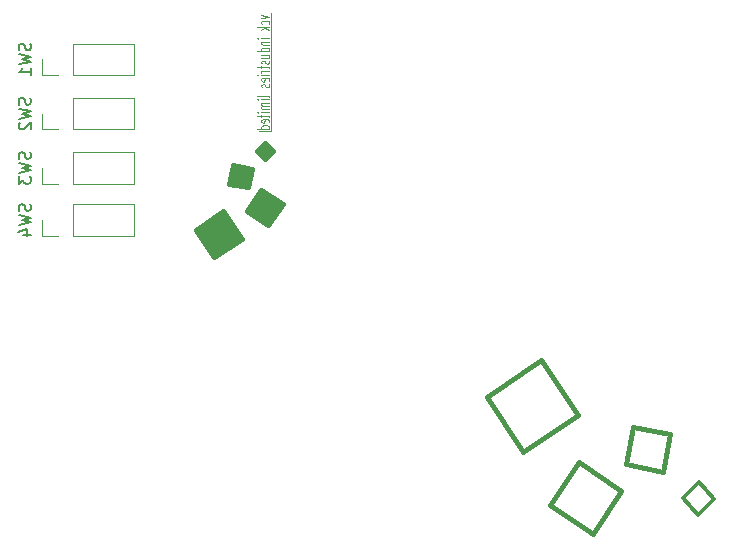
<source format=gbr>
%TF.GenerationSoftware,KiCad,Pcbnew,8.0.7*%
%TF.CreationDate,2025-04-18T20:19:49+02:00*%
%TF.ProjectId,midi_pedals,6d696469-5f70-4656-9461-6c732e6b6963,rev?*%
%TF.SameCoordinates,Original*%
%TF.FileFunction,Legend,Bot*%
%TF.FilePolarity,Positive*%
%FSLAX46Y46*%
G04 Gerber Fmt 4.6, Leading zero omitted, Abs format (unit mm)*
G04 Created by KiCad (PCBNEW 8.0.7) date 2025-04-18 20:19:49*
%MOMM*%
%LPD*%
G01*
G04 APERTURE LIST*
%ADD10C,0.411825*%
%ADD11C,0.411839*%
%ADD12C,0.400000*%
%ADD13C,0.300000*%
%ADD14C,0.100000*%
%ADD15C,0.150000*%
%ADD16C,0.120000*%
G04 APERTURE END LIST*
D10*
X189552672Y-53088277D02*
X187214183Y-54634152D01*
X185644530Y-52330843D01*
X187983158Y-50784968D01*
X189552672Y-53088277D01*
G36*
X189552672Y-53088277D02*
G01*
X187214183Y-54634152D01*
X185644530Y-52330843D01*
X187983158Y-50784968D01*
X189552672Y-53088277D01*
G37*
X192211405Y-45700699D02*
X191500000Y-46342715D01*
X190848110Y-45642017D01*
X191559515Y-45000000D01*
X192211405Y-45700699D01*
G36*
X192211405Y-45700699D02*
G01*
X191500000Y-46342715D01*
X190848110Y-45642017D01*
X191559515Y-45000000D01*
X192211405Y-45700699D01*
G37*
X193009581Y-50150461D02*
X191793962Y-51945244D01*
X189971784Y-50747841D01*
X191187404Y-48953057D01*
X193009581Y-50150461D01*
G36*
X193009581Y-50150461D02*
G01*
X191793962Y-51945244D01*
X189971784Y-50747841D01*
X191187404Y-48953057D01*
X193009581Y-50150461D01*
G37*
D11*
X190395902Y-47180383D02*
X190076215Y-48741415D01*
X188491404Y-48426733D01*
X188811092Y-46865424D01*
X190395902Y-47180383D01*
G36*
X190395902Y-47180383D02*
G01*
X190076215Y-48741415D01*
X188491404Y-48426733D01*
X188811092Y-46865424D01*
X190395902Y-47180383D01*
G37*
D12*
X218000000Y-68000000D02*
X213393383Y-71139028D01*
X210301632Y-66462051D01*
X214908251Y-63322744D01*
X218000000Y-68000000D01*
D13*
X229569937Y-75152714D02*
X228168540Y-76456494D01*
X226884506Y-75033683D01*
X228285904Y-73729904D01*
X229569937Y-75152714D01*
D12*
X221663822Y-74408492D02*
X219269016Y-78052846D01*
X215679449Y-75621608D01*
X218074255Y-71977253D01*
X221663822Y-74408492D01*
X225839090Y-69655867D02*
X225209170Y-72825489D01*
X222087107Y-72186114D01*
X222716470Y-69016492D01*
X225839090Y-69655867D01*
D14*
X192000000Y-44000000D02*
X191000000Y-44000000D01*
X192000000Y-34000000D02*
X192000000Y-44000000D01*
X191205752Y-34151503D02*
X191872419Y-34294360D01*
X191872419Y-34294360D02*
X191205752Y-34437217D01*
X191824800Y-34922932D02*
X191872419Y-34865789D01*
X191872419Y-34865789D02*
X191872419Y-34751503D01*
X191872419Y-34751503D02*
X191824800Y-34694360D01*
X191824800Y-34694360D02*
X191777180Y-34665789D01*
X191777180Y-34665789D02*
X191681942Y-34637217D01*
X191681942Y-34637217D02*
X191396228Y-34637217D01*
X191396228Y-34637217D02*
X191300990Y-34665789D01*
X191300990Y-34665789D02*
X191253371Y-34694360D01*
X191253371Y-34694360D02*
X191205752Y-34751503D01*
X191205752Y-34751503D02*
X191205752Y-34865789D01*
X191205752Y-34865789D02*
X191253371Y-34922932D01*
X191872419Y-35180075D02*
X190872419Y-35180075D01*
X191491466Y-35237218D02*
X191872419Y-35408646D01*
X191205752Y-35408646D02*
X191586704Y-35180075D01*
X191872419Y-36122932D02*
X191205752Y-36122932D01*
X190872419Y-36122932D02*
X190920038Y-36094360D01*
X190920038Y-36094360D02*
X190967657Y-36122932D01*
X190967657Y-36122932D02*
X190920038Y-36151503D01*
X190920038Y-36151503D02*
X190872419Y-36122932D01*
X190872419Y-36122932D02*
X190967657Y-36122932D01*
X191205752Y-36408646D02*
X191872419Y-36408646D01*
X191300990Y-36408646D02*
X191253371Y-36437217D01*
X191253371Y-36437217D02*
X191205752Y-36494360D01*
X191205752Y-36494360D02*
X191205752Y-36580074D01*
X191205752Y-36580074D02*
X191253371Y-36637217D01*
X191253371Y-36637217D02*
X191348609Y-36665789D01*
X191348609Y-36665789D02*
X191872419Y-36665789D01*
X191872419Y-37208646D02*
X190872419Y-37208646D01*
X191824800Y-37208646D02*
X191872419Y-37151503D01*
X191872419Y-37151503D02*
X191872419Y-37037217D01*
X191872419Y-37037217D02*
X191824800Y-36980074D01*
X191824800Y-36980074D02*
X191777180Y-36951503D01*
X191777180Y-36951503D02*
X191681942Y-36922931D01*
X191681942Y-36922931D02*
X191396228Y-36922931D01*
X191396228Y-36922931D02*
X191300990Y-36951503D01*
X191300990Y-36951503D02*
X191253371Y-36980074D01*
X191253371Y-36980074D02*
X191205752Y-37037217D01*
X191205752Y-37037217D02*
X191205752Y-37151503D01*
X191205752Y-37151503D02*
X191253371Y-37208646D01*
X191205752Y-37751503D02*
X191872419Y-37751503D01*
X191205752Y-37494360D02*
X191729561Y-37494360D01*
X191729561Y-37494360D02*
X191824800Y-37522931D01*
X191824800Y-37522931D02*
X191872419Y-37580074D01*
X191872419Y-37580074D02*
X191872419Y-37665788D01*
X191872419Y-37665788D02*
X191824800Y-37722931D01*
X191824800Y-37722931D02*
X191777180Y-37751503D01*
X191824800Y-38008645D02*
X191872419Y-38065788D01*
X191872419Y-38065788D02*
X191872419Y-38180074D01*
X191872419Y-38180074D02*
X191824800Y-38237217D01*
X191824800Y-38237217D02*
X191729561Y-38265788D01*
X191729561Y-38265788D02*
X191681942Y-38265788D01*
X191681942Y-38265788D02*
X191586704Y-38237217D01*
X191586704Y-38237217D02*
X191539085Y-38180074D01*
X191539085Y-38180074D02*
X191539085Y-38094360D01*
X191539085Y-38094360D02*
X191491466Y-38037217D01*
X191491466Y-38037217D02*
X191396228Y-38008645D01*
X191396228Y-38008645D02*
X191348609Y-38008645D01*
X191348609Y-38008645D02*
X191253371Y-38037217D01*
X191253371Y-38037217D02*
X191205752Y-38094360D01*
X191205752Y-38094360D02*
X191205752Y-38180074D01*
X191205752Y-38180074D02*
X191253371Y-38237217D01*
X191205752Y-38437216D02*
X191205752Y-38665788D01*
X190872419Y-38522931D02*
X191729561Y-38522931D01*
X191729561Y-38522931D02*
X191824800Y-38551502D01*
X191824800Y-38551502D02*
X191872419Y-38608645D01*
X191872419Y-38608645D02*
X191872419Y-38665788D01*
X191872419Y-38865788D02*
X191205752Y-38865788D01*
X191396228Y-38865788D02*
X191300990Y-38894359D01*
X191300990Y-38894359D02*
X191253371Y-38922931D01*
X191253371Y-38922931D02*
X191205752Y-38980073D01*
X191205752Y-38980073D02*
X191205752Y-39037216D01*
X191872419Y-39237217D02*
X191205752Y-39237217D01*
X190872419Y-39237217D02*
X190920038Y-39208645D01*
X190920038Y-39208645D02*
X190967657Y-39237217D01*
X190967657Y-39237217D02*
X190920038Y-39265788D01*
X190920038Y-39265788D02*
X190872419Y-39237217D01*
X190872419Y-39237217D02*
X190967657Y-39237217D01*
X191824800Y-39751502D02*
X191872419Y-39694359D01*
X191872419Y-39694359D02*
X191872419Y-39580074D01*
X191872419Y-39580074D02*
X191824800Y-39522931D01*
X191824800Y-39522931D02*
X191729561Y-39494359D01*
X191729561Y-39494359D02*
X191348609Y-39494359D01*
X191348609Y-39494359D02*
X191253371Y-39522931D01*
X191253371Y-39522931D02*
X191205752Y-39580074D01*
X191205752Y-39580074D02*
X191205752Y-39694359D01*
X191205752Y-39694359D02*
X191253371Y-39751502D01*
X191253371Y-39751502D02*
X191348609Y-39780074D01*
X191348609Y-39780074D02*
X191443847Y-39780074D01*
X191443847Y-39780074D02*
X191539085Y-39494359D01*
X191824800Y-40008645D02*
X191872419Y-40065788D01*
X191872419Y-40065788D02*
X191872419Y-40180074D01*
X191872419Y-40180074D02*
X191824800Y-40237217D01*
X191824800Y-40237217D02*
X191729561Y-40265788D01*
X191729561Y-40265788D02*
X191681942Y-40265788D01*
X191681942Y-40265788D02*
X191586704Y-40237217D01*
X191586704Y-40237217D02*
X191539085Y-40180074D01*
X191539085Y-40180074D02*
X191539085Y-40094360D01*
X191539085Y-40094360D02*
X191491466Y-40037217D01*
X191491466Y-40037217D02*
X191396228Y-40008645D01*
X191396228Y-40008645D02*
X191348609Y-40008645D01*
X191348609Y-40008645D02*
X191253371Y-40037217D01*
X191253371Y-40037217D02*
X191205752Y-40094360D01*
X191205752Y-40094360D02*
X191205752Y-40180074D01*
X191205752Y-40180074D02*
X191253371Y-40237217D01*
X191872419Y-41065788D02*
X191824800Y-41008645D01*
X191824800Y-41008645D02*
X191729561Y-40980074D01*
X191729561Y-40980074D02*
X190872419Y-40980074D01*
X191872419Y-41294360D02*
X191205752Y-41294360D01*
X190872419Y-41294360D02*
X190920038Y-41265788D01*
X190920038Y-41265788D02*
X190967657Y-41294360D01*
X190967657Y-41294360D02*
X190920038Y-41322931D01*
X190920038Y-41322931D02*
X190872419Y-41294360D01*
X190872419Y-41294360D02*
X190967657Y-41294360D01*
X191872419Y-41580074D02*
X191205752Y-41580074D01*
X191300990Y-41580074D02*
X191253371Y-41608645D01*
X191253371Y-41608645D02*
X191205752Y-41665788D01*
X191205752Y-41665788D02*
X191205752Y-41751502D01*
X191205752Y-41751502D02*
X191253371Y-41808645D01*
X191253371Y-41808645D02*
X191348609Y-41837217D01*
X191348609Y-41837217D02*
X191872419Y-41837217D01*
X191348609Y-41837217D02*
X191253371Y-41865788D01*
X191253371Y-41865788D02*
X191205752Y-41922931D01*
X191205752Y-41922931D02*
X191205752Y-42008645D01*
X191205752Y-42008645D02*
X191253371Y-42065788D01*
X191253371Y-42065788D02*
X191348609Y-42094359D01*
X191348609Y-42094359D02*
X191872419Y-42094359D01*
X191872419Y-42380074D02*
X191205752Y-42380074D01*
X190872419Y-42380074D02*
X190920038Y-42351502D01*
X190920038Y-42351502D02*
X190967657Y-42380074D01*
X190967657Y-42380074D02*
X190920038Y-42408645D01*
X190920038Y-42408645D02*
X190872419Y-42380074D01*
X190872419Y-42380074D02*
X190967657Y-42380074D01*
X191205752Y-42580073D02*
X191205752Y-42808645D01*
X190872419Y-42665788D02*
X191729561Y-42665788D01*
X191729561Y-42665788D02*
X191824800Y-42694359D01*
X191824800Y-42694359D02*
X191872419Y-42751502D01*
X191872419Y-42751502D02*
X191872419Y-42808645D01*
X191824800Y-43237216D02*
X191872419Y-43180073D01*
X191872419Y-43180073D02*
X191872419Y-43065788D01*
X191872419Y-43065788D02*
X191824800Y-43008645D01*
X191824800Y-43008645D02*
X191729561Y-42980073D01*
X191729561Y-42980073D02*
X191348609Y-42980073D01*
X191348609Y-42980073D02*
X191253371Y-43008645D01*
X191253371Y-43008645D02*
X191205752Y-43065788D01*
X191205752Y-43065788D02*
X191205752Y-43180073D01*
X191205752Y-43180073D02*
X191253371Y-43237216D01*
X191253371Y-43237216D02*
X191348609Y-43265788D01*
X191348609Y-43265788D02*
X191443847Y-43265788D01*
X191443847Y-43265788D02*
X191539085Y-42980073D01*
X191872419Y-43780074D02*
X190872419Y-43780074D01*
X191824800Y-43780074D02*
X191872419Y-43722931D01*
X191872419Y-43722931D02*
X191872419Y-43608645D01*
X191872419Y-43608645D02*
X191824800Y-43551502D01*
X191824800Y-43551502D02*
X191777180Y-43522931D01*
X191777180Y-43522931D02*
X191681942Y-43494359D01*
X191681942Y-43494359D02*
X191396228Y-43494359D01*
X191396228Y-43494359D02*
X191300990Y-43522931D01*
X191300990Y-43522931D02*
X191253371Y-43551502D01*
X191253371Y-43551502D02*
X191205752Y-43608645D01*
X191205752Y-43608645D02*
X191205752Y-43722931D01*
X191205752Y-43722931D02*
X191253371Y-43780074D01*
D15*
X171637200Y-41166667D02*
X171684819Y-41309524D01*
X171684819Y-41309524D02*
X171684819Y-41547619D01*
X171684819Y-41547619D02*
X171637200Y-41642857D01*
X171637200Y-41642857D02*
X171589580Y-41690476D01*
X171589580Y-41690476D02*
X171494342Y-41738095D01*
X171494342Y-41738095D02*
X171399104Y-41738095D01*
X171399104Y-41738095D02*
X171303866Y-41690476D01*
X171303866Y-41690476D02*
X171256247Y-41642857D01*
X171256247Y-41642857D02*
X171208628Y-41547619D01*
X171208628Y-41547619D02*
X171161009Y-41357143D01*
X171161009Y-41357143D02*
X171113390Y-41261905D01*
X171113390Y-41261905D02*
X171065771Y-41214286D01*
X171065771Y-41214286D02*
X170970533Y-41166667D01*
X170970533Y-41166667D02*
X170875295Y-41166667D01*
X170875295Y-41166667D02*
X170780057Y-41214286D01*
X170780057Y-41214286D02*
X170732438Y-41261905D01*
X170732438Y-41261905D02*
X170684819Y-41357143D01*
X170684819Y-41357143D02*
X170684819Y-41595238D01*
X170684819Y-41595238D02*
X170732438Y-41738095D01*
X170684819Y-42071429D02*
X171684819Y-42309524D01*
X171684819Y-42309524D02*
X170970533Y-42500000D01*
X170970533Y-42500000D02*
X171684819Y-42690476D01*
X171684819Y-42690476D02*
X170684819Y-42928572D01*
X170780057Y-43261905D02*
X170732438Y-43309524D01*
X170732438Y-43309524D02*
X170684819Y-43404762D01*
X170684819Y-43404762D02*
X170684819Y-43642857D01*
X170684819Y-43642857D02*
X170732438Y-43738095D01*
X170732438Y-43738095D02*
X170780057Y-43785714D01*
X170780057Y-43785714D02*
X170875295Y-43833333D01*
X170875295Y-43833333D02*
X170970533Y-43833333D01*
X170970533Y-43833333D02*
X171113390Y-43785714D01*
X171113390Y-43785714D02*
X171684819Y-43214286D01*
X171684819Y-43214286D02*
X171684819Y-43833333D01*
X171637200Y-36566667D02*
X171684819Y-36709524D01*
X171684819Y-36709524D02*
X171684819Y-36947619D01*
X171684819Y-36947619D02*
X171637200Y-37042857D01*
X171637200Y-37042857D02*
X171589580Y-37090476D01*
X171589580Y-37090476D02*
X171494342Y-37138095D01*
X171494342Y-37138095D02*
X171399104Y-37138095D01*
X171399104Y-37138095D02*
X171303866Y-37090476D01*
X171303866Y-37090476D02*
X171256247Y-37042857D01*
X171256247Y-37042857D02*
X171208628Y-36947619D01*
X171208628Y-36947619D02*
X171161009Y-36757143D01*
X171161009Y-36757143D02*
X171113390Y-36661905D01*
X171113390Y-36661905D02*
X171065771Y-36614286D01*
X171065771Y-36614286D02*
X170970533Y-36566667D01*
X170970533Y-36566667D02*
X170875295Y-36566667D01*
X170875295Y-36566667D02*
X170780057Y-36614286D01*
X170780057Y-36614286D02*
X170732438Y-36661905D01*
X170732438Y-36661905D02*
X170684819Y-36757143D01*
X170684819Y-36757143D02*
X170684819Y-36995238D01*
X170684819Y-36995238D02*
X170732438Y-37138095D01*
X170684819Y-37471429D02*
X171684819Y-37709524D01*
X171684819Y-37709524D02*
X170970533Y-37900000D01*
X170970533Y-37900000D02*
X171684819Y-38090476D01*
X171684819Y-38090476D02*
X170684819Y-38328572D01*
X171684819Y-39233333D02*
X171684819Y-38661905D01*
X171684819Y-38947619D02*
X170684819Y-38947619D01*
X170684819Y-38947619D02*
X170827676Y-38852381D01*
X170827676Y-38852381D02*
X170922914Y-38757143D01*
X170922914Y-38757143D02*
X170970533Y-38661905D01*
X171637200Y-50166667D02*
X171684819Y-50309524D01*
X171684819Y-50309524D02*
X171684819Y-50547619D01*
X171684819Y-50547619D02*
X171637200Y-50642857D01*
X171637200Y-50642857D02*
X171589580Y-50690476D01*
X171589580Y-50690476D02*
X171494342Y-50738095D01*
X171494342Y-50738095D02*
X171399104Y-50738095D01*
X171399104Y-50738095D02*
X171303866Y-50690476D01*
X171303866Y-50690476D02*
X171256247Y-50642857D01*
X171256247Y-50642857D02*
X171208628Y-50547619D01*
X171208628Y-50547619D02*
X171161009Y-50357143D01*
X171161009Y-50357143D02*
X171113390Y-50261905D01*
X171113390Y-50261905D02*
X171065771Y-50214286D01*
X171065771Y-50214286D02*
X170970533Y-50166667D01*
X170970533Y-50166667D02*
X170875295Y-50166667D01*
X170875295Y-50166667D02*
X170780057Y-50214286D01*
X170780057Y-50214286D02*
X170732438Y-50261905D01*
X170732438Y-50261905D02*
X170684819Y-50357143D01*
X170684819Y-50357143D02*
X170684819Y-50595238D01*
X170684819Y-50595238D02*
X170732438Y-50738095D01*
X170684819Y-51071429D02*
X171684819Y-51309524D01*
X171684819Y-51309524D02*
X170970533Y-51500000D01*
X170970533Y-51500000D02*
X171684819Y-51690476D01*
X171684819Y-51690476D02*
X170684819Y-51928572D01*
X171018152Y-52738095D02*
X171684819Y-52738095D01*
X170637200Y-52500000D02*
X171351485Y-52261905D01*
X171351485Y-52261905D02*
X171351485Y-52880952D01*
X171637200Y-45766667D02*
X171684819Y-45909524D01*
X171684819Y-45909524D02*
X171684819Y-46147619D01*
X171684819Y-46147619D02*
X171637200Y-46242857D01*
X171637200Y-46242857D02*
X171589580Y-46290476D01*
X171589580Y-46290476D02*
X171494342Y-46338095D01*
X171494342Y-46338095D02*
X171399104Y-46338095D01*
X171399104Y-46338095D02*
X171303866Y-46290476D01*
X171303866Y-46290476D02*
X171256247Y-46242857D01*
X171256247Y-46242857D02*
X171208628Y-46147619D01*
X171208628Y-46147619D02*
X171161009Y-45957143D01*
X171161009Y-45957143D02*
X171113390Y-45861905D01*
X171113390Y-45861905D02*
X171065771Y-45814286D01*
X171065771Y-45814286D02*
X170970533Y-45766667D01*
X170970533Y-45766667D02*
X170875295Y-45766667D01*
X170875295Y-45766667D02*
X170780057Y-45814286D01*
X170780057Y-45814286D02*
X170732438Y-45861905D01*
X170732438Y-45861905D02*
X170684819Y-45957143D01*
X170684819Y-45957143D02*
X170684819Y-46195238D01*
X170684819Y-46195238D02*
X170732438Y-46338095D01*
X170684819Y-46671429D02*
X171684819Y-46909524D01*
X171684819Y-46909524D02*
X170970533Y-47100000D01*
X170970533Y-47100000D02*
X171684819Y-47290476D01*
X171684819Y-47290476D02*
X170684819Y-47528572D01*
X170684819Y-47814286D02*
X170684819Y-48433333D01*
X170684819Y-48433333D02*
X171065771Y-48100000D01*
X171065771Y-48100000D02*
X171065771Y-48242857D01*
X171065771Y-48242857D02*
X171113390Y-48338095D01*
X171113390Y-48338095D02*
X171161009Y-48385714D01*
X171161009Y-48385714D02*
X171256247Y-48433333D01*
X171256247Y-48433333D02*
X171494342Y-48433333D01*
X171494342Y-48433333D02*
X171589580Y-48385714D01*
X171589580Y-48385714D02*
X171637200Y-48338095D01*
X171637200Y-48338095D02*
X171684819Y-48242857D01*
X171684819Y-48242857D02*
X171684819Y-47957143D01*
X171684819Y-47957143D02*
X171637200Y-47861905D01*
X171637200Y-47861905D02*
X171589580Y-47814286D01*
D16*
%TO.C,SW2*%
X174000000Y-43830000D02*
X172670000Y-43830000D01*
X172670000Y-43830000D02*
X172670000Y-42500000D01*
X180410000Y-43830000D02*
X175270000Y-43830000D01*
X175270000Y-43830000D02*
X175270000Y-41170000D01*
X180410000Y-41170000D02*
X175270000Y-41170000D01*
X180410000Y-43830000D02*
X180410000Y-41170000D01*
%TO.C,SW1*%
X174000000Y-39230000D02*
X172670000Y-39230000D01*
X172670000Y-39230000D02*
X172670000Y-37900000D01*
X180410000Y-39230000D02*
X175270000Y-39230000D01*
X175270000Y-39230000D02*
X175270000Y-36570000D01*
X180410000Y-36570000D02*
X175270000Y-36570000D01*
X180410000Y-39230000D02*
X180410000Y-36570000D01*
%TO.C,SW4*%
X174000000Y-52830000D02*
X172670000Y-52830000D01*
X172670000Y-52830000D02*
X172670000Y-51500000D01*
X180410000Y-52830000D02*
X175270000Y-52830000D01*
X175270000Y-52830000D02*
X175270000Y-50170000D01*
X180410000Y-50170000D02*
X175270000Y-50170000D01*
X180410000Y-52830000D02*
X180410000Y-50170000D01*
%TO.C,SW3*%
X174000000Y-48430000D02*
X172670000Y-48430000D01*
X172670000Y-48430000D02*
X172670000Y-47100000D01*
X180410000Y-48430000D02*
X175270000Y-48430000D01*
X175270000Y-48430000D02*
X175270000Y-45770000D01*
X180410000Y-45770000D02*
X175270000Y-45770000D01*
X180410000Y-48430000D02*
X180410000Y-45770000D01*
%TD*%
M02*

</source>
